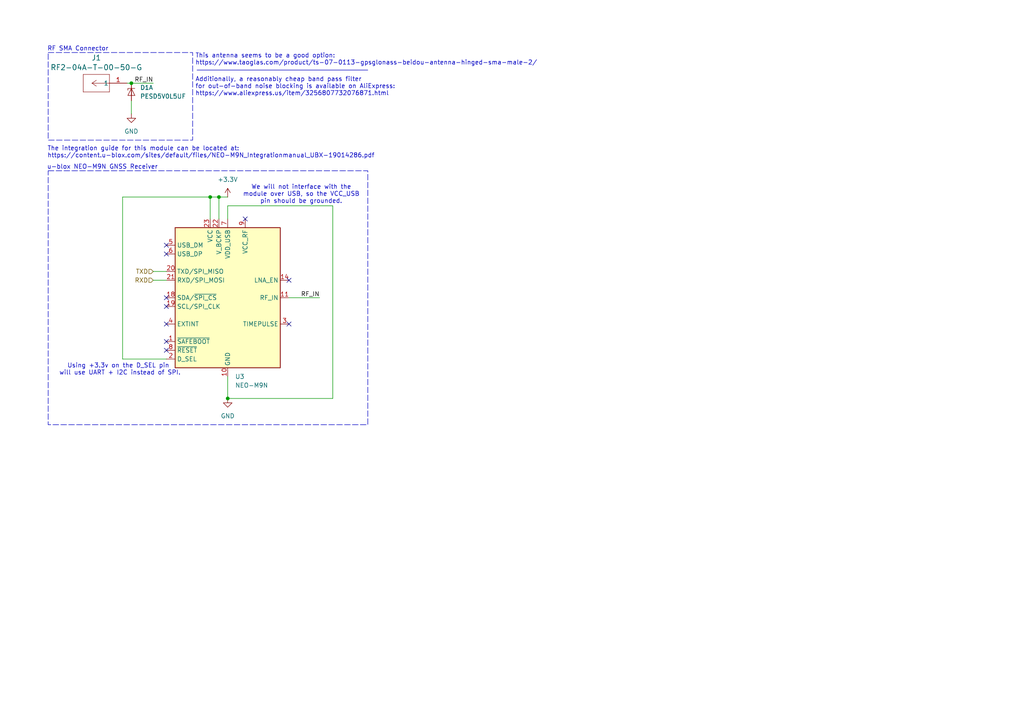
<source format=kicad_sch>
(kicad_sch (version 20250114) (generator "eeschema") (generator_version "9.0")
  (paper "A4")
  (lib_symbols
    (symbol "Power_Protection:PESD5V0L5UF" (pin_numbers (hide yes)) (pin_names (hide yes))
      (property "Reference" "D" (at 0 2.54 0))
      (property "Value" "PESD5V0L5UF" (at 0 -2.54 0))
      (symbol "PESD5V0L5UF_0_1"
        (polyline (pts (xy -1.016 1.016) (xy -1.016 -1.016) (xy -0.508 -1.016)))
        (polyline (pts (xy -1.016 0) (xy 1.016 0)))
        (polyline (pts (xy 1.016 1.016) (xy -1.016 0) (xy 1.016 -1.016) (xy 1.016 1.016)))
      )
      (symbol "PESD5V0L5UF_1_1"
        (pin passive line (at -2.54 0 0) (length 2.54) (name "K1") (number "1"))
        (pin passive line (at 2.54 0 180) (length 2.54) (name "A") (number "2"))
      )
      (symbol "PESD5V0L5UF_2_1"
        (pin passive line (at -2.54 0 0) (length 2.54) (name "K2") (number "3"))
      )
      (symbol "PESD5V0L5UF_3_1"
        (pin passive line (at -2.54 0 0) (length 2.54) (name "K3") (number "4"))
      )
      (symbol "PESD5V0L5UF_4_1"
        (pin passive line (at -2.54 0 0) (length 2.54) (name "K4") (number "5"))
      )
      (symbol "PESD5V0L5UF_5_1"
        (pin passive line (at -2.54 0 0) (length 2.54) (name "K5") (number "6"))
      )
    )
    (symbol "RF2-04A-T-00-50-G:RF2-04A-T-00-50-G" (pin_names (offset 0.254))
      (property "Reference" "J" (at 8.89 6.35 0))
      (property "Value" "RF2-04A-T-00-50-G" (at 0 0 0))
      (symbol "RF2-04A-T-00-50-G_1_1"
        (polyline (pts (xy 5.08 2.54) (xy 5.08 -2.54)) (stroke (width 0.127)))
        (polyline (pts (xy 5.08 -2.54) (xy 12.7 -2.54)) (stroke (width 0.127)))
        (polyline (pts (xy 10.16 0) (xy 5.08 0)) (stroke (width 0.127)))
        (polyline (pts (xy 10.16 0) (xy 8.89 0.8467)) (stroke (width 0.127)))
        (polyline (pts (xy 10.16 0) (xy 8.89 -0.8467)) (stroke (width 0.127)))
        (polyline (pts (xy 12.7 2.54) (xy 5.08 2.54)) (stroke (width 0.127)))
        (polyline (pts (xy 12.7 -2.54) (xy 12.7 2.54)) (stroke (width 0.127)))
        (pin unspecified line (at 0 0 0) (length 5.08) (name "1") (number "1"))
      )
      (symbol "RF2-04A-T-00-50-G_1_2"
        (polyline (pts (xy 5.08 2.54) (xy 5.08 -2.54)) (stroke (width 0.127)))
        (polyline (pts (xy 5.08 -2.54) (xy 12.7 -2.54)) (stroke (width 0.127)))
        (polyline (pts (xy 7.62 0) (xy 5.08 0)) (stroke (width 0.127)))
        (polyline (pts (xy 7.62 0) (xy 8.89 0.8467)) (stroke (width 0.127)))
        (polyline (pts (xy 7.62 0) (xy 8.89 -0.8467)) (stroke (width 0.127)))
        (polyline (pts (xy 12.7 2.54) (xy 5.08 2.54)) (stroke (width 0.127)))
        (polyline (pts (xy 12.7 -2.54) (xy 12.7 2.54)) (stroke (width 0.127)))
        (pin unspecified line (at 0 0 0) (length 5.08) (name "1") (number "1"))
      )
    )
    (symbol "RF_GPS:NEO-M9N"
      (property "Reference" "U" (at -13.97 21.59 0))
      (property "Value" "NEO-M9N" (at 11.43 21.59 0))
      (symbol "NEO-M9N_0_1"
        (rectangle (start -15.24 20.32) (end 15.24 -20.32) (stroke (width 0.254)) (fill (type background)))
      )
      (symbol "NEO-M9N_1_1"
        (pin bidirectional line (at -17.78 15.24 0) (length 2.54) (name "USB_DM") (number "5"))
        (pin bidirectional line (at -17.78 12.7 0) (length 2.54) (name "USB_DP") (number "6"))
        (pin output line (at -17.78 7.62 0) (length 2.54) (name "TXD/SPI_MISO") (number "20"))
        (pin input line (at -17.78 5.08 0) (length 2.54) (name "RXD/SPI_MOSI") (number "21"))
        (pin bidirectional line (at -17.78 0 0) (length 2.54) (name "SDA/~{SPI_CS}") (number "18"))
        (pin input line (at -17.78 -2.54 0) (length 2.54) (name "SCL/SPI_CLK") (number "19"))
        (pin input line (at -17.78 -7.62 0) (length 2.54) (name "EXTINT") (number "4"))
        (pin input line (at -17.78 -12.7 0) (length 2.54) (name "~{SAFEBOOT}") (number "1"))
        (pin input line (at -17.78 -15.24 0) (length 2.54) (name "~{RESET}") (number "8"))
        (pin input line (at -17.78 -17.78 0) (length 2.54) (name "D_SEL") (number "2"))
        (pin power_in line (at -5.08 22.86 270) (length 2.54) (name "VCC") (number "23"))
        (pin power_in line (at -2.54 22.86 270) (length 2.54) (name "V_BCKP") (number "22"))
        (pin power_in line (at 0 22.86 270) (length 2.54) (name "VDD_USB") (number "7"))
        (pin power_in line (at 0 -22.86 90) (length 2.54) (name "GND") (number "10"))
        (pin passive line (at 0 -22.86 90) (length 2.54) (hide yes) (name "GND") (number "12"))
        (pin passive line (at 0 -22.86 90) (length 2.54) (hide yes) (name "GND") (number "13"))
        (pin passive line (at 0 -22.86 90) (length 2.54) (hide yes) (name "GND") (number "24"))
        (pin power_out line (at 5.08 22.86 270) (length 2.54) (name "VCC_RF") (number "9"))
        (pin no_connect line (at 15.24 -10.16 180) (length 2.54) (hide yes) (name "RESERVED") (number "15"))
        (pin no_connect line (at 15.24 -12.7 180) (length 2.54) (hide yes) (name "RESERVED") (number "16"))
        (pin no_connect line (at 15.24 -15.24 180) (length 2.54) (hide yes) (name "RESERVED") (number "17"))
        (pin output line (at 17.78 5.08 180) (length 2.54) (name "LNA_EN") (number "14"))
        (pin input line (at 17.78 0 180) (length 2.54) (name "RF_IN") (number "11"))
        (pin output line (at 17.78 -7.62 180) (length 2.54) (name "TIMEPULSE") (number "3"))
      )
    )
    (symbol "power:+3.3V" (power) (pin_numbers (hide yes)) (pin_names (offset 0) (hide yes))
      (property "Value" "+3.3V" (at 0 3.556 0))
      (symbol "+3.3V_0_1"
        (polyline (pts (xy -0.762 1.27) (xy 0 2.54)))
        (polyline (pts (xy 0 2.54) (xy 0.762 1.27)))
        (polyline (pts (xy 0 0) (xy 0 2.54)))
      )
      (symbol "+3.3V_1_1"
        (pin power_in line (at 0 0 90) (length 0) (name "~") (number "1"))
      )
    )
    (symbol "power:GND" (power) (pin_numbers (hide yes)) (pin_names (offset 0) (hide yes))
      (property "Value" "GND" (at 0 -3.81 0))
      (symbol "GND_0_1"
        (polyline (pts (xy 0 0) (xy 0 -1.27) (xy 1.27 -1.27) (xy 0 -2.54) (xy -1.27 -1.27) (xy 0 -1.27)))
      )
      (symbol "GND_1_1"
        (pin power_in line (at 0 0 270) (length 0) (name "~") (number "1"))
      )
    )
  )
  (rectangle (start 13.97 49.53) (end 106.68 123.19) (stroke (width 0) (type dash)))
  (rectangle (start 13.97 15.24) (end 55.88 40.64) (stroke (width 0) (type dash)))
  (text "We will not interface with the\nmodule over USB, so the VCC_USB\npin should be grounded." (at 87.376 56.388 0) (effects (font (size 1.27 1.27))))
  (text "u-blox NEO-M9N GNSS Receiver" (at 29.718 48.514 0) (effects (font (size 1.27 1.27))))
  (text "Additionally, a reasonably cheap band pass filter\nfor out-of-band noise blocking is available on AliExpress:\nhttps://www.aliexpress.us/item/3256807732076871.html" (at 56.642 25.146 0) (effects (font (size 1.27 1.27)) (justify left)))
  (text "RF SMA Connector" (at 22.606 14.224 0) (effects (font (size 1.27 1.27))))
  (text "The integration guide for this module can be located at:\nhttps://content.u-blox.com/sites/default/files/NEO-M9N_Integrationmanual_UBX-19014286.pdf" (at 13.716 44.196 0) (effects (font (size 1.27 1.27)) (justify left)))
  (text "This antenna seems to be a good option:\nhttps://www.taoglas.com/product/ts-07-0113-gpsglonass-beidou-antenna-hinged-sma-male-2/" (at 56.642 17.272 0) (effects (font (size 1.27 1.27)) (justify left)))
  (text "Using +3.3v on the D_SEL pin \nwill use UART + I2C instead of SPI." (at 34.798 107.188 0) (effects (font (size 1.27 1.27))))
  (junction (at 63.5 57.15))
  (junction (at 66.04 115.57))
  (junction (at 60.96 57.15))
  (junction (at 38.1 24.13))
  (no_connect (at 83.82 93.98))
  (no_connect (at 83.82 81.28))
  (no_connect (at 48.26 88.9))
  (no_connect (at 48.26 101.6))
  (no_connect (at 48.26 71.12))
  (no_connect (at 48.26 73.66))
  (no_connect (at 71.12 63.5))
  (no_connect (at 48.26 93.98))
  (no_connect (at 48.26 99.06))
  (no_connect (at 48.26 86.36))
  (wire (pts (xy 63.5 57.15) (xy 60.96 57.15)))
  (wire (pts (xy 38.1 24.13) (xy 44.45 24.13)))
  (wire (pts (xy 66.04 109.22) (xy 66.04 115.57)))
  (wire (pts (xy 38.1 29.21) (xy 38.1 33.02)))
  (wire (pts (xy 60.96 57.15) (xy 35.56 57.15)))
  (wire (pts (xy 60.96 57.15) (xy 60.96 63.5)))
  (wire (pts (xy 44.45 78.74) (xy 48.26 78.74)))
  (wire (pts (xy 96.52 59.69) (xy 96.52 115.57)))
  (wire (pts (xy 44.45 81.28) (xy 48.26 81.28)))
  (wire (pts (xy 66.04 57.15) (xy 63.5 57.15)))
  (wire (pts (xy 83.82 86.36) (xy 92.71 86.36)))
  (wire (pts (xy 96.52 115.57) (xy 66.04 115.57)))
  (wire (pts (xy 66.04 63.5) (xy 66.04 59.69)))
  (polyline (pts (xy 57.15 20.32) (xy 106.68 20.32)))
  (wire (pts (xy 35.56 57.15) (xy 35.56 104.14)))
  (wire (pts (xy 36.83 24.13) (xy 38.1 24.13)))
  (wire (pts (xy 35.56 104.14) (xy 48.26 104.14)))
  (wire (pts (xy 66.04 59.69) (xy 96.52 59.69)))
  (wire (pts (xy 63.5 57.15) (xy 63.5 63.5)))
  (label "RF_IN" (at 92.71 86.36 180))
  (label "RF_IN" (at 44.45 24.13 180))
  (hierarchical_label "TXD" (shape input) (at 44.45 78.74 180))
  (hierarchical_label "RXD" (shape input) (at 44.45 81.28 180))
  (symbol (lib_id "RF_GPS:NEO-M9N") (at 66.04 86.36 0) (unit 1)
    (property "Reference" "U3" (at 68.1833 109.22 0) (effects (justify left)))
    (property "Value" "NEO-M9N" (at 68.1833 111.76 0) (effects (justify left)))
    (property "Footprint" "RF_GPS:ublox_NEO" (effects (hide yes)))
    (property "Datasheet" "https://www.u-blox.com/sites/default/files/NEO-M9N-00B_DataSheet_UBX-19014285.pdf" (effects (hide yes)))
    (property "Description" "GNSS Module NEO M8, VCC 2.7V to 3.6V" (effects (hide yes)))
  )
  (symbol (lib_id "power:GND") (at 38.1 33.02 0) (unit 1)
    (property "Reference" "#PWR0101" (effects (hide yes)))
    (property "Value" "GND" (at 38.1 38.1 0))
    (property "Description" "Power symbol creates a global label with name \"GND\" , ground" (effects (hide yes)))
  )
  (symbol (lib_id "Power_Protection:PESD5V0L5UF") (at 38.1 26.67 270) (unit 1)
    (property "Reference" "D1" (at 40.64 25.3999 90) (effects (justify left)))
    (property "Value" "PESD5V0L5UF" (at 40.64 27.9399 90) (effects (justify left)))
    (property "Footprint" "Package_TO_SOT_SMD:SOT-886" (effects (hide yes)))
    (property "Datasheet" "https://assets.nexperia.com/documents/data-sheet/PESDXL5UF_V_Y.pdf" (effects (hide yes)))
    (property "Description" "Low capacitance unidirectional fivefold ESD protection diode array, 5.0V, Common Anode, SOT-886" (effects (hide yes)))
  )
  (symbol (lib_id "power:+3.3V") (at 66.04 57.15 0) (unit 1)
    (property "Reference" "#PWR0102" (effects (hide yes)))
    (property "Value" "+3.3V" (at 66.04 52.07 0))
    (property "Description" "Power symbol creates a global label with name \"+3.3V\"" (effects (hide yes)))
  )
  (symbol (lib_id "power:GND") (at 66.04 115.57 0) (unit 1)
    (property "Reference" "#PWR0103" (effects (hide yes)))
    (property "Value" "GND" (at 66.04 120.65 0))
    (property "Description" "Power symbol creates a global label with name \"GND\" , ground" (effects (hide yes)))
  )
  (symbol (lib_id "RF2-04A-T-00-50-G:RF2-04A-T-00-50-G") (at 36.83 24.13 180) (unit 1)
    (property "Reference" "J1" (at 27.94 16.764 0) (effects (font (size 1.524 1.524))))
    (property "Value" "RF2-04A-T-00-50-G" (at 27.94 19.558 0) (effects (font (size 1.524 1.524))))
    (property "Footprint" "CONN_RF2-04A-T-00-50-G_ADM" (effects (hide yes)))
    (property "Datasheet" "RF2-04A-T-00-50-G" (effects (hide yes)))
  )
)
</source>
